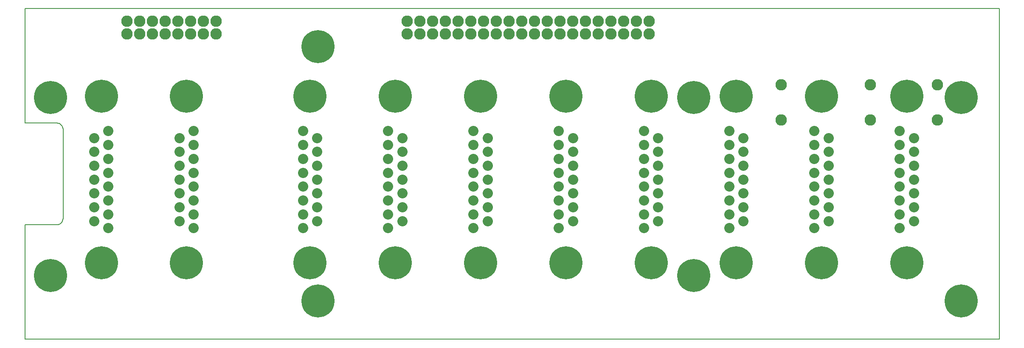
<source format=gbr>
G04 PROTEUS GERBER X2 FILE*
%TF.GenerationSoftware,Labcenter,Proteus,8.12-SP0-Build30713*%
%TF.CreationDate,2021-04-15T12:14:11+00:00*%
%TF.FileFunction,Soldermask,Top*%
%TF.FilePolarity,Negative*%
%TF.Part,Single*%
%TF.SameCoordinates,{5a193cc5-51b4-4a6d-ad6d-b15ded965af5}*%
%FSLAX26Y26*%
%MOIN*%
G01*
%TA.AperFunction,Material*%
%ADD33C,0.260000*%
%TA.AperFunction,Material*%
%ADD34C,0.080000*%
%TA.AperFunction,Material*%
%ADD35C,0.090000*%
%TA.AperFunction,Profile*%
%ADD71C,0.008000*%
%TD.AperFunction*%
D33*
X-2200000Y-900000D03*
X-2200000Y+500000D03*
X-100000Y+900000D03*
D34*
X+4468409Y+236000D03*
X+4468409Y+127000D03*
X+4468409Y+18000D03*
X+4468409Y-91000D03*
X+4468409Y-200000D03*
X+4468409Y-309000D03*
X+4468409Y-418000D03*
X+4468409Y-527000D03*
X+4580409Y+182000D03*
X+4580409Y+73000D03*
X+4580409Y-36000D03*
X+4580409Y-145000D03*
X+4580409Y-254000D03*
X+4580409Y-363000D03*
X+4580409Y-472000D03*
D33*
X+4524409Y+510000D03*
X+4524409Y-800000D03*
D34*
X+3799118Y+236000D03*
X+3799118Y+127000D03*
X+3799118Y+18000D03*
X+3799118Y-91000D03*
X+3799118Y-200000D03*
X+3799118Y-309000D03*
X+3799118Y-418000D03*
X+3799118Y-527000D03*
X+3911118Y+182000D03*
X+3911118Y+73000D03*
X+3911118Y-36000D03*
X+3911118Y-145000D03*
X+3911118Y-254000D03*
X+3911118Y-363000D03*
X+3911118Y-472000D03*
D33*
X+3855118Y+510000D03*
X+3855118Y-800000D03*
D34*
X+3129827Y+236000D03*
X+3129827Y+127000D03*
X+3129827Y+18000D03*
X+3129827Y-91000D03*
X+3129827Y-200000D03*
X+3129827Y-309000D03*
X+3129827Y-418000D03*
X+3129827Y-527000D03*
X+3241827Y+182000D03*
X+3241827Y+73000D03*
X+3241827Y-36000D03*
X+3241827Y-145000D03*
X+3241827Y-254000D03*
X+3241827Y-363000D03*
X+3241827Y-472000D03*
D33*
X+3185827Y+510000D03*
X+3185827Y-800000D03*
D34*
X+2460535Y+236000D03*
X+2460535Y+127000D03*
X+2460535Y+18000D03*
X+2460535Y-91000D03*
X+2460535Y-200000D03*
X+2460535Y-309000D03*
X+2460535Y-418000D03*
X+2460535Y-527000D03*
X+2572535Y+182000D03*
X+2572535Y+73000D03*
X+2572535Y-36000D03*
X+2572535Y-145000D03*
X+2572535Y-254000D03*
X+2572535Y-363000D03*
X+2572535Y-472000D03*
D33*
X+2516535Y+510000D03*
X+2516535Y-800000D03*
D34*
X+1791244Y+236000D03*
X+1791244Y+127000D03*
X+1791244Y+18000D03*
X+1791244Y-91000D03*
X+1791244Y-200000D03*
X+1791244Y-309000D03*
X+1791244Y-418000D03*
X+1791244Y-527000D03*
X+1903244Y+182000D03*
X+1903244Y+73000D03*
X+1903244Y-36000D03*
X+1903244Y-145000D03*
X+1903244Y-254000D03*
X+1903244Y-363000D03*
X+1903244Y-472000D03*
D33*
X+1847244Y+510000D03*
X+1847244Y-800000D03*
D34*
X+1121953Y+236000D03*
X+1121953Y+127000D03*
X+1121953Y+18000D03*
X+1121953Y-91000D03*
X+1121953Y-200000D03*
X+1121953Y-309000D03*
X+1121953Y-418000D03*
X+1121953Y-527000D03*
X+1233953Y+182000D03*
X+1233953Y+73000D03*
X+1233953Y-36000D03*
X+1233953Y-145000D03*
X+1233953Y-254000D03*
X+1233953Y-363000D03*
X+1233953Y-472000D03*
D33*
X+1177953Y+510000D03*
X+1177953Y-800000D03*
D34*
X+452661Y+236000D03*
X+452661Y+127000D03*
X+452661Y+18000D03*
X+452661Y-91000D03*
X+452661Y-200000D03*
X+452661Y-309000D03*
X+452661Y-418000D03*
X+452661Y-527000D03*
X+564661Y+182000D03*
X+564661Y+73000D03*
X+564661Y-36000D03*
X+564661Y-145000D03*
X+564661Y-254000D03*
X+564661Y-363000D03*
X+564661Y-472000D03*
D33*
X+508661Y+510000D03*
X+508661Y-800000D03*
D34*
X-216630Y+236000D03*
X-216630Y+127000D03*
X-216630Y+18000D03*
X-216630Y-91000D03*
X-216630Y-200000D03*
X-216630Y-309000D03*
X-216630Y-418000D03*
X-216630Y-527000D03*
X-104630Y+182000D03*
X-104630Y+73000D03*
X-104630Y-36000D03*
X-104630Y-145000D03*
X-104630Y-254000D03*
X-104630Y-363000D03*
X-104630Y-472000D03*
D33*
X-160630Y+510000D03*
X-160630Y-800000D03*
D35*
X+600000Y+1000000D03*
X+600000Y+1100000D03*
X+700000Y+1000000D03*
X+700000Y+1100000D03*
X+800000Y+1000000D03*
X+800000Y+1100000D03*
X+900000Y+1000000D03*
X+900000Y+1100000D03*
X+1000000Y+1000000D03*
X+1000000Y+1100000D03*
X+1100000Y+1000000D03*
X+1100000Y+1100000D03*
X+1200000Y+1000000D03*
X+1200000Y+1100000D03*
X+1300000Y+1000000D03*
X+1300000Y+1100000D03*
X+1400000Y+1000000D03*
X+1400000Y+1100000D03*
X+1500000Y+1000000D03*
X+1500000Y+1100000D03*
X+1600000Y+1000000D03*
X+1600000Y+1100000D03*
X+1700000Y+1000000D03*
X+1700000Y+1100000D03*
X+1800000Y+1000000D03*
X+1800000Y+1100000D03*
X+1900000Y+1000000D03*
X+1900000Y+1100000D03*
X+2000000Y+1000000D03*
X+2000000Y+1100000D03*
X+2100000Y+1000000D03*
X+2100000Y+1100000D03*
X+2200000Y+1000000D03*
X+2200000Y+1100000D03*
X+2300000Y+1000000D03*
X+2300000Y+1100000D03*
X+2400000Y+1000000D03*
X+2400000Y+1100000D03*
X+2500000Y+1000000D03*
X+2500000Y+1100000D03*
X-1600000Y+1000000D03*
X-1600000Y+1100000D03*
X-1500000Y+1000000D03*
X-1500000Y+1100000D03*
X-1400000Y+1000000D03*
X-1400000Y+1100000D03*
X-1300000Y+1000000D03*
X-1300000Y+1100000D03*
X-1200000Y+1000000D03*
X-1200000Y+1100000D03*
X-1100000Y+1000000D03*
X-1100000Y+1100000D03*
X-1000000Y+1000000D03*
X-1000000Y+1100000D03*
X-900000Y+1000000D03*
X-900000Y+1100000D03*
D34*
X-1744000Y+236000D03*
X-1744000Y+127000D03*
X-1744000Y+18000D03*
X-1744000Y-91000D03*
X-1744000Y-200000D03*
X-1744000Y-309000D03*
X-1744000Y-418000D03*
X-1744000Y-527000D03*
X-1856000Y+182000D03*
X-1856000Y+73000D03*
X-1856000Y-36000D03*
X-1856000Y-145000D03*
X-1856000Y-254000D03*
X-1856000Y-363000D03*
X-1856000Y-472000D03*
D33*
X-1800000Y+510000D03*
X-1800000Y-800000D03*
D34*
X-1074709Y+236000D03*
X-1074709Y+127000D03*
X-1074709Y+18000D03*
X-1074709Y-91000D03*
X-1074709Y-200000D03*
X-1074709Y-309000D03*
X-1074709Y-418000D03*
X-1074709Y-527000D03*
X-1186709Y+182000D03*
X-1186709Y+73000D03*
X-1186709Y-36000D03*
X-1186709Y-145000D03*
X-1186709Y-254000D03*
X-1186709Y-363000D03*
X-1186709Y-472000D03*
D33*
X-1130709Y+510000D03*
X-1130709Y-800000D03*
X+4950000Y-1100000D03*
X+4950000Y+500000D03*
D35*
X+4239370Y+600000D03*
X+4239370Y+325000D03*
X+4764370Y+325000D03*
X+4764370Y+600000D03*
D33*
X-100000Y-1100000D03*
X+2850000Y-900000D03*
X+2850000Y+500000D03*
D35*
X+3539370Y+325000D03*
X+3539370Y+600000D03*
D71*
X-2400000Y+300000D02*
X-2400000Y+1199213D01*
X-2400000Y+1200000D02*
X+5250000Y+1200000D01*
X+5250000Y-1400000D01*
X-2400000Y-1400000D01*
X-2400000Y-500000D01*
X-2100197Y+250646D02*
X-2099983Y-450000D01*
X-2400000Y-500000D02*
X-2150000Y-500000D01*
X-2100000Y-450000D02*
X-2100995Y-460223D01*
X-2103857Y-469678D01*
X-2108404Y-478180D01*
X-2114453Y-485547D01*
X-2121820Y-491595D01*
X-2130322Y-496143D01*
X-2139777Y-499005D01*
X-2150000Y-500000D01*
X-2150000Y+300000D02*
X-2139777Y+299005D01*
X-2130322Y+296143D01*
X-2121820Y+291595D01*
X-2114453Y+285547D01*
X-2108404Y+278180D01*
X-2103857Y+269678D01*
X-2100995Y+260223D01*
X-2100000Y+250000D01*
X-2400000Y+300000D02*
X-2150000Y+300000D01*
M02*

</source>
